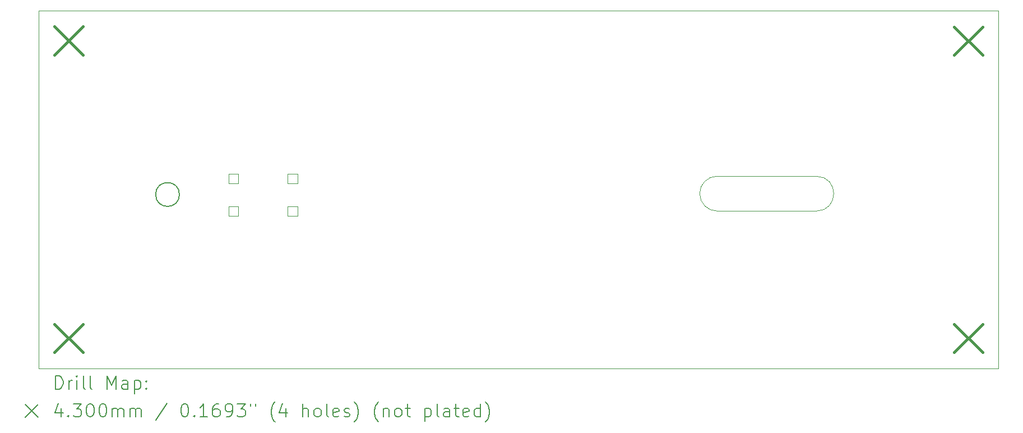
<source format=gbr>
%TF.GenerationSoftware,KiCad,Pcbnew,8.0.5*%
%TF.CreationDate,2025-08-28T07:35:46+02:00*%
%TF.ProjectId,SVX_Node_Case_front,5356585f-4e6f-4646-955f-436173655f66,rev?*%
%TF.SameCoordinates,Original*%
%TF.FileFunction,Drillmap*%
%TF.FilePolarity,Positive*%
%FSLAX45Y45*%
G04 Gerber Fmt 4.5, Leading zero omitted, Abs format (unit mm)*
G04 Created by KiCad (PCBNEW 8.0.5) date 2025-08-28 07:35:46*
%MOMM*%
%LPD*%
G01*
G04 APERTURE LIST*
%ADD10C,0.050000*%
%ADD11C,0.200000*%
%ADD12C,0.430000*%
G04 APERTURE END LIST*
D10*
X10322000Y-9357000D02*
X10472000Y-9357000D01*
X10472000Y-9497000D01*
X10322000Y-9497000D01*
X10322000Y-9357000D01*
X11212000Y-8866000D02*
X11362000Y-8866000D01*
X11362000Y-9006000D01*
X11212000Y-9006000D01*
X11212000Y-8866000D01*
X11213000Y-9357000D02*
X11363000Y-9357000D01*
X11363000Y-9497000D01*
X11213000Y-9497000D01*
X11213000Y-9357000D01*
X17700003Y-8900000D02*
X19200003Y-8900000D01*
D11*
X9580000Y-9175000D02*
G75*
G02*
X9220000Y-9175000I-180000J0D01*
G01*
X9220000Y-9175000D02*
G75*
G02*
X9580000Y-9175000I180000J0D01*
G01*
D10*
X19200003Y-8900000D02*
G75*
G02*
X19200003Y-9425000I-3J-262500D01*
G01*
X7450000Y-6400000D02*
X21950000Y-6400000D01*
X21950000Y-11800000D01*
X7450000Y-11800000D01*
X7450000Y-6400000D01*
X10321000Y-8866000D02*
X10471000Y-8866000D01*
X10471000Y-9006000D01*
X10321000Y-9006000D01*
X10321000Y-8866000D01*
X17700003Y-9425000D02*
G75*
G02*
X17700003Y-8900000I-3J262500D01*
G01*
X17700003Y-9425000D02*
X19200003Y-9425000D01*
D11*
D12*
X7690000Y-6640000D02*
X8120000Y-7070000D01*
X8120000Y-6640000D02*
X7690000Y-7070000D01*
X7690000Y-11130000D02*
X8120000Y-11560000D01*
X8120000Y-11130000D02*
X7690000Y-11560000D01*
X21278000Y-11130000D02*
X21708000Y-11560000D01*
X21708000Y-11130000D02*
X21278000Y-11560000D01*
X21280000Y-6642500D02*
X21710000Y-7072500D01*
X21710000Y-6642500D02*
X21280000Y-7072500D01*
D11*
X7708277Y-12113984D02*
X7708277Y-11913984D01*
X7708277Y-11913984D02*
X7755896Y-11913984D01*
X7755896Y-11913984D02*
X7784467Y-11923508D01*
X7784467Y-11923508D02*
X7803515Y-11942555D01*
X7803515Y-11942555D02*
X7813039Y-11961603D01*
X7813039Y-11961603D02*
X7822562Y-11999698D01*
X7822562Y-11999698D02*
X7822562Y-12028269D01*
X7822562Y-12028269D02*
X7813039Y-12066365D01*
X7813039Y-12066365D02*
X7803515Y-12085412D01*
X7803515Y-12085412D02*
X7784467Y-12104460D01*
X7784467Y-12104460D02*
X7755896Y-12113984D01*
X7755896Y-12113984D02*
X7708277Y-12113984D01*
X7908277Y-12113984D02*
X7908277Y-11980650D01*
X7908277Y-12018746D02*
X7917801Y-11999698D01*
X7917801Y-11999698D02*
X7927324Y-11990174D01*
X7927324Y-11990174D02*
X7946372Y-11980650D01*
X7946372Y-11980650D02*
X7965420Y-11980650D01*
X8032086Y-12113984D02*
X8032086Y-11980650D01*
X8032086Y-11913984D02*
X8022562Y-11923508D01*
X8022562Y-11923508D02*
X8032086Y-11933031D01*
X8032086Y-11933031D02*
X8041610Y-11923508D01*
X8041610Y-11923508D02*
X8032086Y-11913984D01*
X8032086Y-11913984D02*
X8032086Y-11933031D01*
X8155896Y-12113984D02*
X8136848Y-12104460D01*
X8136848Y-12104460D02*
X8127324Y-12085412D01*
X8127324Y-12085412D02*
X8127324Y-11913984D01*
X8260658Y-12113984D02*
X8241610Y-12104460D01*
X8241610Y-12104460D02*
X8232086Y-12085412D01*
X8232086Y-12085412D02*
X8232086Y-11913984D01*
X8489229Y-12113984D02*
X8489229Y-11913984D01*
X8489229Y-11913984D02*
X8555896Y-12056841D01*
X8555896Y-12056841D02*
X8622563Y-11913984D01*
X8622563Y-11913984D02*
X8622563Y-12113984D01*
X8803515Y-12113984D02*
X8803515Y-12009222D01*
X8803515Y-12009222D02*
X8793991Y-11990174D01*
X8793991Y-11990174D02*
X8774944Y-11980650D01*
X8774944Y-11980650D02*
X8736848Y-11980650D01*
X8736848Y-11980650D02*
X8717801Y-11990174D01*
X8803515Y-12104460D02*
X8784467Y-12113984D01*
X8784467Y-12113984D02*
X8736848Y-12113984D01*
X8736848Y-12113984D02*
X8717801Y-12104460D01*
X8717801Y-12104460D02*
X8708277Y-12085412D01*
X8708277Y-12085412D02*
X8708277Y-12066365D01*
X8708277Y-12066365D02*
X8717801Y-12047317D01*
X8717801Y-12047317D02*
X8736848Y-12037793D01*
X8736848Y-12037793D02*
X8784467Y-12037793D01*
X8784467Y-12037793D02*
X8803515Y-12028269D01*
X8898753Y-11980650D02*
X8898753Y-12180650D01*
X8898753Y-11990174D02*
X8917801Y-11980650D01*
X8917801Y-11980650D02*
X8955896Y-11980650D01*
X8955896Y-11980650D02*
X8974944Y-11990174D01*
X8974944Y-11990174D02*
X8984467Y-11999698D01*
X8984467Y-11999698D02*
X8993991Y-12018746D01*
X8993991Y-12018746D02*
X8993991Y-12075888D01*
X8993991Y-12075888D02*
X8984467Y-12094936D01*
X8984467Y-12094936D02*
X8974944Y-12104460D01*
X8974944Y-12104460D02*
X8955896Y-12113984D01*
X8955896Y-12113984D02*
X8917801Y-12113984D01*
X8917801Y-12113984D02*
X8898753Y-12104460D01*
X9079705Y-12094936D02*
X9089229Y-12104460D01*
X9089229Y-12104460D02*
X9079705Y-12113984D01*
X9079705Y-12113984D02*
X9070182Y-12104460D01*
X9070182Y-12104460D02*
X9079705Y-12094936D01*
X9079705Y-12094936D02*
X9079705Y-12113984D01*
X9079705Y-11990174D02*
X9089229Y-11999698D01*
X9089229Y-11999698D02*
X9079705Y-12009222D01*
X9079705Y-12009222D02*
X9070182Y-11999698D01*
X9070182Y-11999698D02*
X9079705Y-11990174D01*
X9079705Y-11990174D02*
X9079705Y-12009222D01*
X7247500Y-12342500D02*
X7447500Y-12542500D01*
X7447500Y-12342500D02*
X7247500Y-12542500D01*
X7793991Y-12400650D02*
X7793991Y-12533984D01*
X7746372Y-12324460D02*
X7698753Y-12467317D01*
X7698753Y-12467317D02*
X7822562Y-12467317D01*
X7898753Y-12514936D02*
X7908277Y-12524460D01*
X7908277Y-12524460D02*
X7898753Y-12533984D01*
X7898753Y-12533984D02*
X7889229Y-12524460D01*
X7889229Y-12524460D02*
X7898753Y-12514936D01*
X7898753Y-12514936D02*
X7898753Y-12533984D01*
X7974943Y-12333984D02*
X8098753Y-12333984D01*
X8098753Y-12333984D02*
X8032086Y-12410174D01*
X8032086Y-12410174D02*
X8060658Y-12410174D01*
X8060658Y-12410174D02*
X8079705Y-12419698D01*
X8079705Y-12419698D02*
X8089229Y-12429222D01*
X8089229Y-12429222D02*
X8098753Y-12448269D01*
X8098753Y-12448269D02*
X8098753Y-12495888D01*
X8098753Y-12495888D02*
X8089229Y-12514936D01*
X8089229Y-12514936D02*
X8079705Y-12524460D01*
X8079705Y-12524460D02*
X8060658Y-12533984D01*
X8060658Y-12533984D02*
X8003515Y-12533984D01*
X8003515Y-12533984D02*
X7984467Y-12524460D01*
X7984467Y-12524460D02*
X7974943Y-12514936D01*
X8222562Y-12333984D02*
X8241610Y-12333984D01*
X8241610Y-12333984D02*
X8260658Y-12343508D01*
X8260658Y-12343508D02*
X8270182Y-12353031D01*
X8270182Y-12353031D02*
X8279705Y-12372079D01*
X8279705Y-12372079D02*
X8289229Y-12410174D01*
X8289229Y-12410174D02*
X8289229Y-12457793D01*
X8289229Y-12457793D02*
X8279705Y-12495888D01*
X8279705Y-12495888D02*
X8270182Y-12514936D01*
X8270182Y-12514936D02*
X8260658Y-12524460D01*
X8260658Y-12524460D02*
X8241610Y-12533984D01*
X8241610Y-12533984D02*
X8222562Y-12533984D01*
X8222562Y-12533984D02*
X8203515Y-12524460D01*
X8203515Y-12524460D02*
X8193991Y-12514936D01*
X8193991Y-12514936D02*
X8184467Y-12495888D01*
X8184467Y-12495888D02*
X8174943Y-12457793D01*
X8174943Y-12457793D02*
X8174943Y-12410174D01*
X8174943Y-12410174D02*
X8184467Y-12372079D01*
X8184467Y-12372079D02*
X8193991Y-12353031D01*
X8193991Y-12353031D02*
X8203515Y-12343508D01*
X8203515Y-12343508D02*
X8222562Y-12333984D01*
X8413039Y-12333984D02*
X8432086Y-12333984D01*
X8432086Y-12333984D02*
X8451134Y-12343508D01*
X8451134Y-12343508D02*
X8460658Y-12353031D01*
X8460658Y-12353031D02*
X8470182Y-12372079D01*
X8470182Y-12372079D02*
X8479705Y-12410174D01*
X8479705Y-12410174D02*
X8479705Y-12457793D01*
X8479705Y-12457793D02*
X8470182Y-12495888D01*
X8470182Y-12495888D02*
X8460658Y-12514936D01*
X8460658Y-12514936D02*
X8451134Y-12524460D01*
X8451134Y-12524460D02*
X8432086Y-12533984D01*
X8432086Y-12533984D02*
X8413039Y-12533984D01*
X8413039Y-12533984D02*
X8393991Y-12524460D01*
X8393991Y-12524460D02*
X8384467Y-12514936D01*
X8384467Y-12514936D02*
X8374943Y-12495888D01*
X8374943Y-12495888D02*
X8365420Y-12457793D01*
X8365420Y-12457793D02*
X8365420Y-12410174D01*
X8365420Y-12410174D02*
X8374943Y-12372079D01*
X8374943Y-12372079D02*
X8384467Y-12353031D01*
X8384467Y-12353031D02*
X8393991Y-12343508D01*
X8393991Y-12343508D02*
X8413039Y-12333984D01*
X8565420Y-12533984D02*
X8565420Y-12400650D01*
X8565420Y-12419698D02*
X8574944Y-12410174D01*
X8574944Y-12410174D02*
X8593991Y-12400650D01*
X8593991Y-12400650D02*
X8622563Y-12400650D01*
X8622563Y-12400650D02*
X8641610Y-12410174D01*
X8641610Y-12410174D02*
X8651134Y-12429222D01*
X8651134Y-12429222D02*
X8651134Y-12533984D01*
X8651134Y-12429222D02*
X8660658Y-12410174D01*
X8660658Y-12410174D02*
X8679705Y-12400650D01*
X8679705Y-12400650D02*
X8708277Y-12400650D01*
X8708277Y-12400650D02*
X8727325Y-12410174D01*
X8727325Y-12410174D02*
X8736848Y-12429222D01*
X8736848Y-12429222D02*
X8736848Y-12533984D01*
X8832086Y-12533984D02*
X8832086Y-12400650D01*
X8832086Y-12419698D02*
X8841610Y-12410174D01*
X8841610Y-12410174D02*
X8860658Y-12400650D01*
X8860658Y-12400650D02*
X8889229Y-12400650D01*
X8889229Y-12400650D02*
X8908277Y-12410174D01*
X8908277Y-12410174D02*
X8917801Y-12429222D01*
X8917801Y-12429222D02*
X8917801Y-12533984D01*
X8917801Y-12429222D02*
X8927325Y-12410174D01*
X8927325Y-12410174D02*
X8946372Y-12400650D01*
X8946372Y-12400650D02*
X8974944Y-12400650D01*
X8974944Y-12400650D02*
X8993991Y-12410174D01*
X8993991Y-12410174D02*
X9003515Y-12429222D01*
X9003515Y-12429222D02*
X9003515Y-12533984D01*
X9393991Y-12324460D02*
X9222563Y-12581603D01*
X9651134Y-12333984D02*
X9670182Y-12333984D01*
X9670182Y-12333984D02*
X9689229Y-12343508D01*
X9689229Y-12343508D02*
X9698753Y-12353031D01*
X9698753Y-12353031D02*
X9708277Y-12372079D01*
X9708277Y-12372079D02*
X9717801Y-12410174D01*
X9717801Y-12410174D02*
X9717801Y-12457793D01*
X9717801Y-12457793D02*
X9708277Y-12495888D01*
X9708277Y-12495888D02*
X9698753Y-12514936D01*
X9698753Y-12514936D02*
X9689229Y-12524460D01*
X9689229Y-12524460D02*
X9670182Y-12533984D01*
X9670182Y-12533984D02*
X9651134Y-12533984D01*
X9651134Y-12533984D02*
X9632087Y-12524460D01*
X9632087Y-12524460D02*
X9622563Y-12514936D01*
X9622563Y-12514936D02*
X9613039Y-12495888D01*
X9613039Y-12495888D02*
X9603515Y-12457793D01*
X9603515Y-12457793D02*
X9603515Y-12410174D01*
X9603515Y-12410174D02*
X9613039Y-12372079D01*
X9613039Y-12372079D02*
X9622563Y-12353031D01*
X9622563Y-12353031D02*
X9632087Y-12343508D01*
X9632087Y-12343508D02*
X9651134Y-12333984D01*
X9803515Y-12514936D02*
X9813039Y-12524460D01*
X9813039Y-12524460D02*
X9803515Y-12533984D01*
X9803515Y-12533984D02*
X9793991Y-12524460D01*
X9793991Y-12524460D02*
X9803515Y-12514936D01*
X9803515Y-12514936D02*
X9803515Y-12533984D01*
X10003515Y-12533984D02*
X9889229Y-12533984D01*
X9946372Y-12533984D02*
X9946372Y-12333984D01*
X9946372Y-12333984D02*
X9927325Y-12362555D01*
X9927325Y-12362555D02*
X9908277Y-12381603D01*
X9908277Y-12381603D02*
X9889229Y-12391127D01*
X10174944Y-12333984D02*
X10136848Y-12333984D01*
X10136848Y-12333984D02*
X10117801Y-12343508D01*
X10117801Y-12343508D02*
X10108277Y-12353031D01*
X10108277Y-12353031D02*
X10089229Y-12381603D01*
X10089229Y-12381603D02*
X10079706Y-12419698D01*
X10079706Y-12419698D02*
X10079706Y-12495888D01*
X10079706Y-12495888D02*
X10089229Y-12514936D01*
X10089229Y-12514936D02*
X10098753Y-12524460D01*
X10098753Y-12524460D02*
X10117801Y-12533984D01*
X10117801Y-12533984D02*
X10155896Y-12533984D01*
X10155896Y-12533984D02*
X10174944Y-12524460D01*
X10174944Y-12524460D02*
X10184468Y-12514936D01*
X10184468Y-12514936D02*
X10193991Y-12495888D01*
X10193991Y-12495888D02*
X10193991Y-12448269D01*
X10193991Y-12448269D02*
X10184468Y-12429222D01*
X10184468Y-12429222D02*
X10174944Y-12419698D01*
X10174944Y-12419698D02*
X10155896Y-12410174D01*
X10155896Y-12410174D02*
X10117801Y-12410174D01*
X10117801Y-12410174D02*
X10098753Y-12419698D01*
X10098753Y-12419698D02*
X10089229Y-12429222D01*
X10089229Y-12429222D02*
X10079706Y-12448269D01*
X10289229Y-12533984D02*
X10327325Y-12533984D01*
X10327325Y-12533984D02*
X10346372Y-12524460D01*
X10346372Y-12524460D02*
X10355896Y-12514936D01*
X10355896Y-12514936D02*
X10374944Y-12486365D01*
X10374944Y-12486365D02*
X10384468Y-12448269D01*
X10384468Y-12448269D02*
X10384468Y-12372079D01*
X10384468Y-12372079D02*
X10374944Y-12353031D01*
X10374944Y-12353031D02*
X10365420Y-12343508D01*
X10365420Y-12343508D02*
X10346372Y-12333984D01*
X10346372Y-12333984D02*
X10308277Y-12333984D01*
X10308277Y-12333984D02*
X10289229Y-12343508D01*
X10289229Y-12343508D02*
X10279706Y-12353031D01*
X10279706Y-12353031D02*
X10270182Y-12372079D01*
X10270182Y-12372079D02*
X10270182Y-12419698D01*
X10270182Y-12419698D02*
X10279706Y-12438746D01*
X10279706Y-12438746D02*
X10289229Y-12448269D01*
X10289229Y-12448269D02*
X10308277Y-12457793D01*
X10308277Y-12457793D02*
X10346372Y-12457793D01*
X10346372Y-12457793D02*
X10365420Y-12448269D01*
X10365420Y-12448269D02*
X10374944Y-12438746D01*
X10374944Y-12438746D02*
X10384468Y-12419698D01*
X10451134Y-12333984D02*
X10574944Y-12333984D01*
X10574944Y-12333984D02*
X10508277Y-12410174D01*
X10508277Y-12410174D02*
X10536849Y-12410174D01*
X10536849Y-12410174D02*
X10555896Y-12419698D01*
X10555896Y-12419698D02*
X10565420Y-12429222D01*
X10565420Y-12429222D02*
X10574944Y-12448269D01*
X10574944Y-12448269D02*
X10574944Y-12495888D01*
X10574944Y-12495888D02*
X10565420Y-12514936D01*
X10565420Y-12514936D02*
X10555896Y-12524460D01*
X10555896Y-12524460D02*
X10536849Y-12533984D01*
X10536849Y-12533984D02*
X10479706Y-12533984D01*
X10479706Y-12533984D02*
X10460658Y-12524460D01*
X10460658Y-12524460D02*
X10451134Y-12514936D01*
X10651134Y-12333984D02*
X10651134Y-12372079D01*
X10727325Y-12333984D02*
X10727325Y-12372079D01*
X11022563Y-12610174D02*
X11013039Y-12600650D01*
X11013039Y-12600650D02*
X10993991Y-12572079D01*
X10993991Y-12572079D02*
X10984468Y-12553031D01*
X10984468Y-12553031D02*
X10974944Y-12524460D01*
X10974944Y-12524460D02*
X10965420Y-12476841D01*
X10965420Y-12476841D02*
X10965420Y-12438746D01*
X10965420Y-12438746D02*
X10974944Y-12391127D01*
X10974944Y-12391127D02*
X10984468Y-12362555D01*
X10984468Y-12362555D02*
X10993991Y-12343508D01*
X10993991Y-12343508D02*
X11013039Y-12314936D01*
X11013039Y-12314936D02*
X11022563Y-12305412D01*
X11184468Y-12400650D02*
X11184468Y-12533984D01*
X11136849Y-12324460D02*
X11089230Y-12467317D01*
X11089230Y-12467317D02*
X11213039Y-12467317D01*
X11441610Y-12533984D02*
X11441610Y-12333984D01*
X11527325Y-12533984D02*
X11527325Y-12429222D01*
X11527325Y-12429222D02*
X11517801Y-12410174D01*
X11517801Y-12410174D02*
X11498753Y-12400650D01*
X11498753Y-12400650D02*
X11470182Y-12400650D01*
X11470182Y-12400650D02*
X11451134Y-12410174D01*
X11451134Y-12410174D02*
X11441610Y-12419698D01*
X11651134Y-12533984D02*
X11632087Y-12524460D01*
X11632087Y-12524460D02*
X11622563Y-12514936D01*
X11622563Y-12514936D02*
X11613039Y-12495888D01*
X11613039Y-12495888D02*
X11613039Y-12438746D01*
X11613039Y-12438746D02*
X11622563Y-12419698D01*
X11622563Y-12419698D02*
X11632087Y-12410174D01*
X11632087Y-12410174D02*
X11651134Y-12400650D01*
X11651134Y-12400650D02*
X11679706Y-12400650D01*
X11679706Y-12400650D02*
X11698753Y-12410174D01*
X11698753Y-12410174D02*
X11708277Y-12419698D01*
X11708277Y-12419698D02*
X11717801Y-12438746D01*
X11717801Y-12438746D02*
X11717801Y-12495888D01*
X11717801Y-12495888D02*
X11708277Y-12514936D01*
X11708277Y-12514936D02*
X11698753Y-12524460D01*
X11698753Y-12524460D02*
X11679706Y-12533984D01*
X11679706Y-12533984D02*
X11651134Y-12533984D01*
X11832087Y-12533984D02*
X11813039Y-12524460D01*
X11813039Y-12524460D02*
X11803515Y-12505412D01*
X11803515Y-12505412D02*
X11803515Y-12333984D01*
X11984468Y-12524460D02*
X11965420Y-12533984D01*
X11965420Y-12533984D02*
X11927325Y-12533984D01*
X11927325Y-12533984D02*
X11908277Y-12524460D01*
X11908277Y-12524460D02*
X11898753Y-12505412D01*
X11898753Y-12505412D02*
X11898753Y-12429222D01*
X11898753Y-12429222D02*
X11908277Y-12410174D01*
X11908277Y-12410174D02*
X11927325Y-12400650D01*
X11927325Y-12400650D02*
X11965420Y-12400650D01*
X11965420Y-12400650D02*
X11984468Y-12410174D01*
X11984468Y-12410174D02*
X11993991Y-12429222D01*
X11993991Y-12429222D02*
X11993991Y-12448269D01*
X11993991Y-12448269D02*
X11898753Y-12467317D01*
X12070182Y-12524460D02*
X12089230Y-12533984D01*
X12089230Y-12533984D02*
X12127325Y-12533984D01*
X12127325Y-12533984D02*
X12146372Y-12524460D01*
X12146372Y-12524460D02*
X12155896Y-12505412D01*
X12155896Y-12505412D02*
X12155896Y-12495888D01*
X12155896Y-12495888D02*
X12146372Y-12476841D01*
X12146372Y-12476841D02*
X12127325Y-12467317D01*
X12127325Y-12467317D02*
X12098753Y-12467317D01*
X12098753Y-12467317D02*
X12079706Y-12457793D01*
X12079706Y-12457793D02*
X12070182Y-12438746D01*
X12070182Y-12438746D02*
X12070182Y-12429222D01*
X12070182Y-12429222D02*
X12079706Y-12410174D01*
X12079706Y-12410174D02*
X12098753Y-12400650D01*
X12098753Y-12400650D02*
X12127325Y-12400650D01*
X12127325Y-12400650D02*
X12146372Y-12410174D01*
X12222563Y-12610174D02*
X12232087Y-12600650D01*
X12232087Y-12600650D02*
X12251134Y-12572079D01*
X12251134Y-12572079D02*
X12260658Y-12553031D01*
X12260658Y-12553031D02*
X12270182Y-12524460D01*
X12270182Y-12524460D02*
X12279706Y-12476841D01*
X12279706Y-12476841D02*
X12279706Y-12438746D01*
X12279706Y-12438746D02*
X12270182Y-12391127D01*
X12270182Y-12391127D02*
X12260658Y-12362555D01*
X12260658Y-12362555D02*
X12251134Y-12343508D01*
X12251134Y-12343508D02*
X12232087Y-12314936D01*
X12232087Y-12314936D02*
X12222563Y-12305412D01*
X12584468Y-12610174D02*
X12574944Y-12600650D01*
X12574944Y-12600650D02*
X12555896Y-12572079D01*
X12555896Y-12572079D02*
X12546372Y-12553031D01*
X12546372Y-12553031D02*
X12536849Y-12524460D01*
X12536849Y-12524460D02*
X12527325Y-12476841D01*
X12527325Y-12476841D02*
X12527325Y-12438746D01*
X12527325Y-12438746D02*
X12536849Y-12391127D01*
X12536849Y-12391127D02*
X12546372Y-12362555D01*
X12546372Y-12362555D02*
X12555896Y-12343508D01*
X12555896Y-12343508D02*
X12574944Y-12314936D01*
X12574944Y-12314936D02*
X12584468Y-12305412D01*
X12660658Y-12400650D02*
X12660658Y-12533984D01*
X12660658Y-12419698D02*
X12670182Y-12410174D01*
X12670182Y-12410174D02*
X12689230Y-12400650D01*
X12689230Y-12400650D02*
X12717801Y-12400650D01*
X12717801Y-12400650D02*
X12736849Y-12410174D01*
X12736849Y-12410174D02*
X12746372Y-12429222D01*
X12746372Y-12429222D02*
X12746372Y-12533984D01*
X12870182Y-12533984D02*
X12851134Y-12524460D01*
X12851134Y-12524460D02*
X12841611Y-12514936D01*
X12841611Y-12514936D02*
X12832087Y-12495888D01*
X12832087Y-12495888D02*
X12832087Y-12438746D01*
X12832087Y-12438746D02*
X12841611Y-12419698D01*
X12841611Y-12419698D02*
X12851134Y-12410174D01*
X12851134Y-12410174D02*
X12870182Y-12400650D01*
X12870182Y-12400650D02*
X12898753Y-12400650D01*
X12898753Y-12400650D02*
X12917801Y-12410174D01*
X12917801Y-12410174D02*
X12927325Y-12419698D01*
X12927325Y-12419698D02*
X12936849Y-12438746D01*
X12936849Y-12438746D02*
X12936849Y-12495888D01*
X12936849Y-12495888D02*
X12927325Y-12514936D01*
X12927325Y-12514936D02*
X12917801Y-12524460D01*
X12917801Y-12524460D02*
X12898753Y-12533984D01*
X12898753Y-12533984D02*
X12870182Y-12533984D01*
X12993992Y-12400650D02*
X13070182Y-12400650D01*
X13022563Y-12333984D02*
X13022563Y-12505412D01*
X13022563Y-12505412D02*
X13032087Y-12524460D01*
X13032087Y-12524460D02*
X13051134Y-12533984D01*
X13051134Y-12533984D02*
X13070182Y-12533984D01*
X13289230Y-12400650D02*
X13289230Y-12600650D01*
X13289230Y-12410174D02*
X13308277Y-12400650D01*
X13308277Y-12400650D02*
X13346373Y-12400650D01*
X13346373Y-12400650D02*
X13365420Y-12410174D01*
X13365420Y-12410174D02*
X13374944Y-12419698D01*
X13374944Y-12419698D02*
X13384468Y-12438746D01*
X13384468Y-12438746D02*
X13384468Y-12495888D01*
X13384468Y-12495888D02*
X13374944Y-12514936D01*
X13374944Y-12514936D02*
X13365420Y-12524460D01*
X13365420Y-12524460D02*
X13346373Y-12533984D01*
X13346373Y-12533984D02*
X13308277Y-12533984D01*
X13308277Y-12533984D02*
X13289230Y-12524460D01*
X13498753Y-12533984D02*
X13479706Y-12524460D01*
X13479706Y-12524460D02*
X13470182Y-12505412D01*
X13470182Y-12505412D02*
X13470182Y-12333984D01*
X13660658Y-12533984D02*
X13660658Y-12429222D01*
X13660658Y-12429222D02*
X13651134Y-12410174D01*
X13651134Y-12410174D02*
X13632087Y-12400650D01*
X13632087Y-12400650D02*
X13593992Y-12400650D01*
X13593992Y-12400650D02*
X13574944Y-12410174D01*
X13660658Y-12524460D02*
X13641611Y-12533984D01*
X13641611Y-12533984D02*
X13593992Y-12533984D01*
X13593992Y-12533984D02*
X13574944Y-12524460D01*
X13574944Y-12524460D02*
X13565420Y-12505412D01*
X13565420Y-12505412D02*
X13565420Y-12486365D01*
X13565420Y-12486365D02*
X13574944Y-12467317D01*
X13574944Y-12467317D02*
X13593992Y-12457793D01*
X13593992Y-12457793D02*
X13641611Y-12457793D01*
X13641611Y-12457793D02*
X13660658Y-12448269D01*
X13727325Y-12400650D02*
X13803515Y-12400650D01*
X13755896Y-12333984D02*
X13755896Y-12505412D01*
X13755896Y-12505412D02*
X13765420Y-12524460D01*
X13765420Y-12524460D02*
X13784468Y-12533984D01*
X13784468Y-12533984D02*
X13803515Y-12533984D01*
X13946373Y-12524460D02*
X13927325Y-12533984D01*
X13927325Y-12533984D02*
X13889230Y-12533984D01*
X13889230Y-12533984D02*
X13870182Y-12524460D01*
X13870182Y-12524460D02*
X13860658Y-12505412D01*
X13860658Y-12505412D02*
X13860658Y-12429222D01*
X13860658Y-12429222D02*
X13870182Y-12410174D01*
X13870182Y-12410174D02*
X13889230Y-12400650D01*
X13889230Y-12400650D02*
X13927325Y-12400650D01*
X13927325Y-12400650D02*
X13946373Y-12410174D01*
X13946373Y-12410174D02*
X13955896Y-12429222D01*
X13955896Y-12429222D02*
X13955896Y-12448269D01*
X13955896Y-12448269D02*
X13860658Y-12467317D01*
X14127325Y-12533984D02*
X14127325Y-12333984D01*
X14127325Y-12524460D02*
X14108277Y-12533984D01*
X14108277Y-12533984D02*
X14070182Y-12533984D01*
X14070182Y-12533984D02*
X14051134Y-12524460D01*
X14051134Y-12524460D02*
X14041611Y-12514936D01*
X14041611Y-12514936D02*
X14032087Y-12495888D01*
X14032087Y-12495888D02*
X14032087Y-12438746D01*
X14032087Y-12438746D02*
X14041611Y-12419698D01*
X14041611Y-12419698D02*
X14051134Y-12410174D01*
X14051134Y-12410174D02*
X14070182Y-12400650D01*
X14070182Y-12400650D02*
X14108277Y-12400650D01*
X14108277Y-12400650D02*
X14127325Y-12410174D01*
X14203515Y-12610174D02*
X14213039Y-12600650D01*
X14213039Y-12600650D02*
X14232087Y-12572079D01*
X14232087Y-12572079D02*
X14241611Y-12553031D01*
X14241611Y-12553031D02*
X14251134Y-12524460D01*
X14251134Y-12524460D02*
X14260658Y-12476841D01*
X14260658Y-12476841D02*
X14260658Y-12438746D01*
X14260658Y-12438746D02*
X14251134Y-12391127D01*
X14251134Y-12391127D02*
X14241611Y-12362555D01*
X14241611Y-12362555D02*
X14232087Y-12343508D01*
X14232087Y-12343508D02*
X14213039Y-12314936D01*
X14213039Y-12314936D02*
X14203515Y-12305412D01*
M02*

</source>
